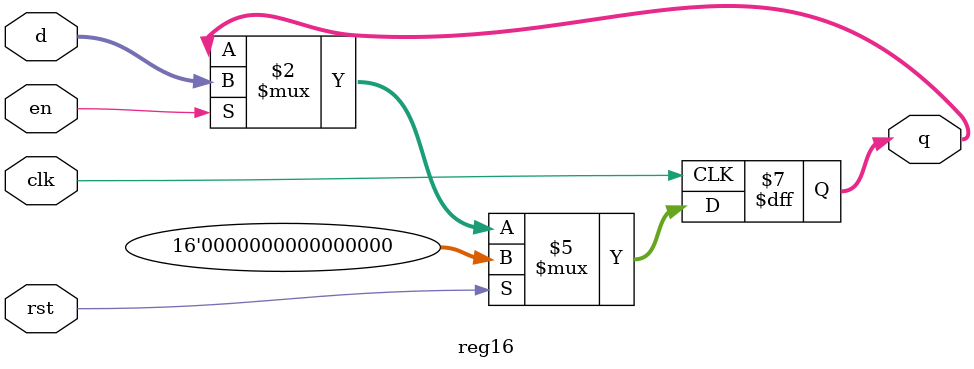
<source format=v>
`timescale 1ns / 1ps

module reg16(
    input clk,
    input rst,
	 input en,
    input [15:0] d,
    output reg [15:0] q
    );

always @(posedge clk) begin
	if(rst)
		q <= 0;
	else if(en)
		q <= d;
end

endmodule

</source>
